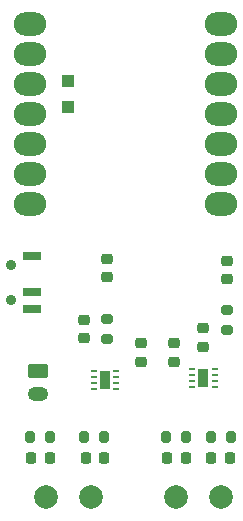
<source format=gbr>
%TF.GenerationSoftware,KiCad,Pcbnew,(7.0.0)*%
%TF.CreationDate,2023-03-10T16:09:33-06:00*%
%TF.ProjectId,stick-and-slip_v2_2-channel,73746963-6b2d-4616-9e64-2d736c69705f,rev?*%
%TF.SameCoordinates,Original*%
%TF.FileFunction,Soldermask,Top*%
%TF.FilePolarity,Negative*%
%FSLAX46Y46*%
G04 Gerber Fmt 4.6, Leading zero omitted, Abs format (unit mm)*
G04 Created by KiCad (PCBNEW (7.0.0)) date 2023-03-10 16:09:33*
%MOMM*%
%LPD*%
G01*
G04 APERTURE LIST*
G04 Aperture macros list*
%AMRoundRect*
0 Rectangle with rounded corners*
0 $1 Rounding radius*
0 $2 $3 $4 $5 $6 $7 $8 $9 X,Y pos of 4 corners*
0 Add a 4 corners polygon primitive as box body*
4,1,4,$2,$3,$4,$5,$6,$7,$8,$9,$2,$3,0*
0 Add four circle primitives for the rounded corners*
1,1,$1+$1,$2,$3*
1,1,$1+$1,$4,$5*
1,1,$1+$1,$6,$7*
1,1,$1+$1,$8,$9*
0 Add four rect primitives between the rounded corners*
20,1,$1+$1,$2,$3,$4,$5,0*
20,1,$1+$1,$4,$5,$6,$7,0*
20,1,$1+$1,$6,$7,$8,$9,0*
20,1,$1+$1,$8,$9,$2,$3,0*%
G04 Aperture macros list end*
%ADD10RoundRect,0.218750X0.218750X0.256250X-0.218750X0.256250X-0.218750X-0.256250X0.218750X-0.256250X0*%
%ADD11RoundRect,0.218750X-0.256250X0.218750X-0.256250X-0.218750X0.256250X-0.218750X0.256250X0.218750X0*%
%ADD12RoundRect,0.200000X0.200000X0.275000X-0.200000X0.275000X-0.200000X-0.275000X0.200000X-0.275000X0*%
%ADD13C,2.000000*%
%ADD14RoundRect,0.218750X-0.218750X-0.256250X0.218750X-0.256250X0.218750X0.256250X-0.218750X0.256250X0*%
%ADD15RoundRect,0.250000X-0.625000X0.350000X-0.625000X-0.350000X0.625000X-0.350000X0.625000X0.350000X0*%
%ADD16O,1.750000X1.200000*%
%ADD17RoundRect,0.200000X-0.275000X0.200000X-0.275000X-0.200000X0.275000X-0.200000X0.275000X0.200000X0*%
%ADD18RoundRect,0.225000X0.250000X-0.225000X0.250000X0.225000X-0.250000X0.225000X-0.250000X-0.225000X0*%
%ADD19RoundRect,0.200000X-0.200000X-0.275000X0.200000X-0.275000X0.200000X0.275000X-0.200000X0.275000X0*%
%ADD20R,1.000000X1.000000*%
%ADD21R,0.500000X0.250000*%
%ADD22R,0.900000X1.600000*%
%ADD23RoundRect,1.000000X-0.375000X0.000000X0.375000X0.000000X0.375000X0.000000X-0.375000X0.000000X0*%
%ADD24C,0.900000*%
%ADD25R,1.500000X0.700000*%
G04 APERTURE END LIST*
D10*
%TO.C,D4*%
X63271000Y-88392000D03*
X61696000Y-88392000D03*
%TD*%
D11*
%TO.C,D1*%
X52832000Y-71552000D03*
X52832000Y-73127000D03*
%TD*%
D12*
%TO.C,R3*%
X59512000Y-86614000D03*
X57862000Y-86614000D03*
%TD*%
D13*
%TO.C,J5*%
X47650000Y-91694000D03*
%TD*%
D14*
%TO.C,D3*%
X57937000Y-88392000D03*
X59512000Y-88392000D03*
%TD*%
D11*
%TO.C,D2*%
X62992000Y-71704000D03*
X62992000Y-73279000D03*
%TD*%
D15*
%TO.C,J9*%
X46990000Y-81026000D03*
D16*
X46989999Y-83025999D03*
%TD*%
D10*
%TO.C,D6*%
X52628000Y-88392000D03*
X51053000Y-88392000D03*
%TD*%
D13*
%TO.C,J2*%
X62509000Y-91694000D03*
%TD*%
%TO.C,J6*%
X51460000Y-91694000D03*
%TD*%
D17*
%TO.C,R1*%
X52832000Y-76645000D03*
X52832000Y-78295000D03*
%TD*%
D18*
%TO.C,C2*%
X58547000Y-80264000D03*
X58547000Y-78714000D03*
%TD*%
D19*
%TO.C,R6*%
X50927000Y-86614000D03*
X52577000Y-86614000D03*
%TD*%
D20*
%TO.C,J4*%
X49529999Y-56514999D03*
%TD*%
D18*
%TO.C,C1*%
X60960000Y-78994000D03*
X60960000Y-77444000D03*
%TD*%
D21*
%TO.C,U2*%
X60070999Y-80906999D03*
X60070999Y-81406999D03*
X60070999Y-81906999D03*
X60070999Y-82406999D03*
X61970999Y-82406999D03*
X61970999Y-81906999D03*
X61970999Y-81406999D03*
X61970999Y-80906999D03*
D22*
X61020999Y-81656999D03*
%TD*%
D13*
%TO.C,J1*%
X58699000Y-91694000D03*
%TD*%
D18*
%TO.C,C3*%
X50927000Y-78258000D03*
X50927000Y-76708000D03*
%TD*%
D14*
%TO.C,D5*%
X46430000Y-88392000D03*
X48005000Y-88392000D03*
%TD*%
D21*
%TO.C,U3*%
X53654999Y-82556999D03*
X53654999Y-82056999D03*
X53654999Y-81556999D03*
X53654999Y-81056999D03*
X51754999Y-81056999D03*
X51754999Y-81556999D03*
X51754999Y-82056999D03*
X51754999Y-82556999D03*
D22*
X52704999Y-81806999D03*
%TD*%
D23*
%TO.C,U1*%
X62486000Y-51673250D03*
X62486000Y-54213250D03*
X62486000Y-56753250D03*
X62486000Y-59293250D03*
X62486000Y-61833250D03*
X62486000Y-64373250D03*
X62486000Y-66913250D03*
X46321000Y-66913250D03*
X46321000Y-64373250D03*
X46321000Y-61833250D03*
X46321000Y-59293250D03*
X46321000Y-56753250D03*
X46321000Y-54213250D03*
X46321000Y-51673250D03*
%TD*%
D24*
%TO.C,S1*%
X44732000Y-72069000D03*
X44732000Y-75069000D03*
D25*
X46481999Y-71318999D03*
X46481999Y-74318999D03*
X46481999Y-75818999D03*
%TD*%
D17*
%TO.C,R2*%
X62992000Y-75896000D03*
X62992000Y-77546000D03*
%TD*%
D18*
%TO.C,C4*%
X55753000Y-80264000D03*
X55753000Y-78714000D03*
%TD*%
D12*
%TO.C,R5*%
X48005000Y-86614000D03*
X46355000Y-86614000D03*
%TD*%
D19*
%TO.C,R4*%
X61672000Y-86614000D03*
X63322000Y-86614000D03*
%TD*%
D20*
%TO.C,J3*%
X49529999Y-58673999D03*
%TD*%
M02*

</source>
